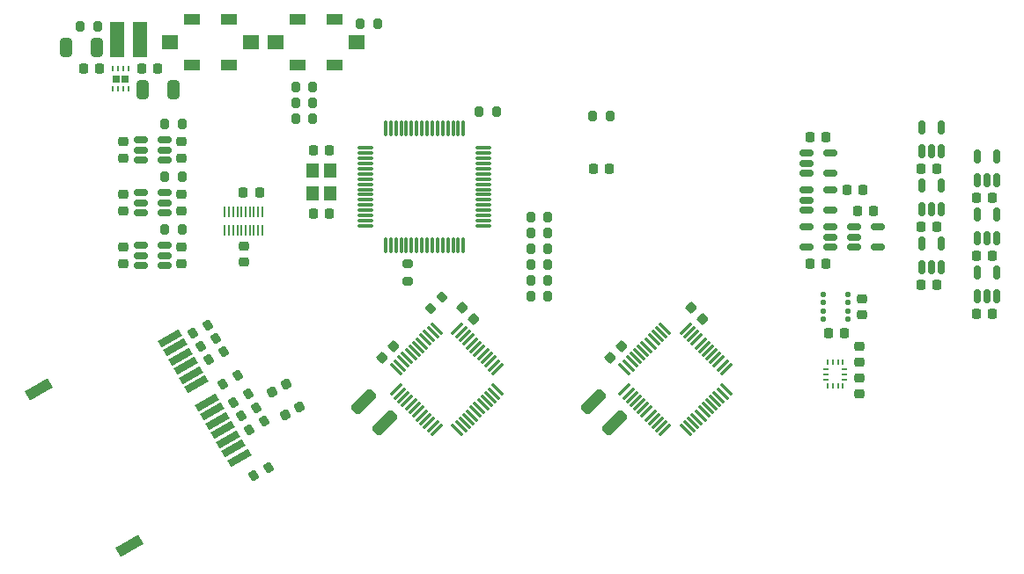
<source format=gtp>
%TF.GenerationSoftware,KiCad,Pcbnew,7.0.1-0*%
%TF.CreationDate,2023-04-03T11:55:14-05:00*%
%TF.ProjectId,plenum,706c656e-756d-42e6-9b69-6361645f7063,1*%
%TF.SameCoordinates,PXc1c9600PY2e063a0*%
%TF.FileFunction,Paste,Top*%
%TF.FilePolarity,Positive*%
%FSLAX46Y46*%
G04 Gerber Fmt 4.6, Leading zero omitted, Abs format (unit mm)*
G04 Created by KiCad (PCBNEW 7.0.1-0) date 2023-04-03 11:55:14*
%MOMM*%
%LPD*%
G01*
G04 APERTURE LIST*
G04 Aperture macros list*
%AMRoundRect*
0 Rectangle with rounded corners*
0 $1 Rounding radius*
0 $2 $3 $4 $5 $6 $7 $8 $9 X,Y pos of 4 corners*
0 Add a 4 corners polygon primitive as box body*
4,1,4,$2,$3,$4,$5,$6,$7,$8,$9,$2,$3,0*
0 Add four circle primitives for the rounded corners*
1,1,$1+$1,$2,$3*
1,1,$1+$1,$4,$5*
1,1,$1+$1,$6,$7*
1,1,$1+$1,$8,$9*
0 Add four rect primitives between the rounded corners*
20,1,$1+$1,$2,$3,$4,$5,0*
20,1,$1+$1,$4,$5,$6,$7,0*
20,1,$1+$1,$6,$7,$8,$9,0*
20,1,$1+$1,$8,$9,$2,$3,0*%
%AMRotRect*
0 Rectangle, with rotation*
0 The origin of the aperture is its center*
0 $1 length*
0 $2 width*
0 $3 Rotation angle, in degrees counterclockwise*
0 Add horizontal line*
21,1,$1,$2,0,0,$3*%
G04 Aperture macros list end*
%ADD10RoundRect,0.200000X0.035705X0.338157X-0.310705X0.138157X-0.035705X-0.338157X0.310705X-0.138157X0*%
%ADD11RoundRect,0.200000X-0.200000X-0.275000X0.200000X-0.275000X0.200000X0.275000X-0.200000X0.275000X0*%
%ADD12RoundRect,0.225000X-0.250000X0.225000X-0.250000X-0.225000X0.250000X-0.225000X0.250000X0.225000X0*%
%ADD13RoundRect,0.150000X0.150000X-0.512500X0.150000X0.512500X-0.150000X0.512500X-0.150000X-0.512500X0*%
%ADD14RoundRect,0.200000X0.200000X0.275000X-0.200000X0.275000X-0.200000X-0.275000X0.200000X-0.275000X0*%
%ADD15RoundRect,0.200000X-0.035705X-0.338157X0.310705X-0.138157X0.035705X0.338157X-0.310705X0.138157X0*%
%ADD16RoundRect,0.225000X0.225000X0.250000X-0.225000X0.250000X-0.225000X-0.250000X0.225000X-0.250000X0*%
%ADD17RoundRect,0.225000X0.250000X-0.225000X0.250000X0.225000X-0.250000X0.225000X-0.250000X-0.225000X0*%
%ADD18RoundRect,0.225000X0.335876X0.017678X0.017678X0.335876X-0.335876X-0.017678X-0.017678X-0.335876X0*%
%ADD19RoundRect,0.150000X0.512500X0.150000X-0.512500X0.150000X-0.512500X-0.150000X0.512500X-0.150000X0*%
%ADD20RoundRect,0.250000X-0.981111X-0.539169X-0.539169X-0.981111X0.981111X0.539169X0.539169X0.981111X0*%
%ADD21RoundRect,0.225000X-0.069856X-0.329006X0.319856X-0.104006X0.069856X0.329006X-0.319856X0.104006X0*%
%ADD22RoundRect,0.225000X-0.017678X0.335876X-0.335876X0.017678X0.017678X-0.335876X0.335876X-0.017678X0*%
%ADD23RoundRect,0.200000X-0.275000X0.200000X-0.275000X-0.200000X0.275000X-0.200000X0.275000X0.200000X0*%
%ADD24R,0.250000X0.475000*%
%ADD25R,0.475000X0.250000*%
%ADD26RoundRect,0.150000X-0.512500X-0.150000X0.512500X-0.150000X0.512500X0.150000X-0.512500X0.150000X0*%
%ADD27R,1.500000X1.400000*%
%ADD28R,1.500000X1.000000*%
%ADD29RoundRect,0.125000X0.137500X-0.125000X0.137500X0.125000X-0.137500X0.125000X-0.137500X-0.125000X0*%
%ADD30RoundRect,0.075000X-0.521491X0.415425X0.415425X-0.521491X0.521491X-0.415425X-0.415425X0.521491X0*%
%ADD31RoundRect,0.075000X-0.521491X-0.415425X-0.415425X-0.521491X0.521491X0.415425X0.415425X0.521491X0*%
%ADD32RotRect,0.710000X2.290000X120.000000*%
%ADD33RotRect,1.015000X2.540000X120.000000*%
%ADD34RoundRect,0.225000X-0.225000X-0.250000X0.225000X-0.250000X0.225000X0.250000X-0.225000X0.250000X0*%
%ADD35R,0.200000X1.100000*%
%ADD36R,0.200000X1.000000*%
%ADD37RoundRect,0.075000X0.662500X0.075000X-0.662500X0.075000X-0.662500X-0.075000X0.662500X-0.075000X0*%
%ADD38RoundRect,0.075000X0.075000X0.662500X-0.075000X0.662500X-0.075000X-0.662500X0.075000X-0.662500X0*%
%ADD39RoundRect,0.250000X0.325000X0.650000X-0.325000X0.650000X-0.325000X-0.650000X0.325000X-0.650000X0*%
%ADD40RoundRect,0.200000X-0.053033X0.335876X-0.335876X0.053033X0.053033X-0.335876X0.335876X-0.053033X0*%
%ADD41R,1.200000X1.400000*%
%ADD42R,1.350000X3.400000*%
%ADD43R,0.650000X0.750000*%
%ADD44R,0.250000X0.500000*%
%ADD45RoundRect,0.250000X-0.325000X-0.650000X0.325000X-0.650000X0.325000X0.650000X-0.325000X0.650000X0*%
%ADD46RoundRect,0.225000X0.069856X0.329006X-0.319856X0.104006X-0.069856X-0.329006X0.319856X-0.104006X0*%
G04 APERTURE END LIST*
D10*
%TO.C,R17*%
X-92757529Y-32099500D03*
X-94186471Y-32924500D03*
%TD*%
D11*
%TO.C,R18*%
X-85026000Y-10922000D03*
X-83376000Y-10922000D03*
%TD*%
D12*
%TO.C,C41*%
X-96012000Y-13195000D03*
X-96012000Y-14745000D03*
%TD*%
D13*
%TO.C,U9*%
X-19492000Y-22473500D03*
X-18542000Y-22473500D03*
X-17592000Y-22473500D03*
X-17592000Y-20198500D03*
X-19492000Y-20198500D03*
%TD*%
D11*
%TO.C,R7*%
X-105727000Y-2032000D03*
X-104077000Y-2032000D03*
%TD*%
D14*
%TO.C,R28*%
X-95949000Y-16510001D03*
X-97599000Y-16510001D03*
%TD*%
D15*
%TO.C,R10*%
X-94948471Y-31654500D03*
X-93519529Y-30829500D03*
%TD*%
D16*
%TO.C,C1*%
X-54851001Y-15748000D03*
X-56401001Y-15748000D03*
%TD*%
D17*
%TO.C,C38*%
X-101600000Y-14745000D03*
X-101600000Y-13195000D03*
%TD*%
%TO.C,C55*%
X-90043000Y-24778000D03*
X-90043000Y-23228000D03*
%TD*%
D18*
%TO.C,C26*%
X-67904992Y-30266008D03*
X-69001008Y-29169992D03*
%TD*%
D19*
%TO.C,U4*%
X-33660500Y-23302000D03*
X-33660500Y-22352000D03*
X-33660500Y-21402000D03*
X-35935500Y-21402000D03*
X-35935500Y-23302000D03*
%TD*%
D20*
%TO.C,RSENSE1*%
X-56406144Y-38208856D03*
X-54337856Y-40277144D03*
%TD*%
D10*
%TO.C,R12*%
X-89582529Y-37460855D03*
X-91011471Y-38285855D03*
%TD*%
D12*
%TO.C,C42*%
X-96012000Y-18275000D03*
X-96012000Y-19825000D03*
%TD*%
D11*
%TO.C,R1*%
X-56451001Y-10667999D03*
X-54801001Y-10667999D03*
%TD*%
D14*
%TO.C,R29*%
X-95948998Y-21590000D03*
X-97598998Y-21590000D03*
%TD*%
D21*
%TO.C,C52*%
X-86000598Y-39498941D03*
X-84658258Y-38723941D03*
%TD*%
D16*
%TO.C,C44*%
X-32244999Y-31623001D03*
X-33794999Y-31623001D03*
%TD*%
D22*
%TO.C,C35*%
X-53680992Y-32852992D03*
X-54777008Y-33949008D03*
%TD*%
D16*
%TO.C,C25*%
X-98285000Y-6096000D03*
X-99835000Y-6096000D03*
%TD*%
D10*
%TO.C,L3*%
X-88820529Y-38780677D03*
X-90249471Y-39605677D03*
%TD*%
D23*
%TO.C,R4*%
X-74295000Y-24956000D03*
X-74295000Y-26606000D03*
%TD*%
D24*
%TO.C,U20*%
X-33896999Y-36722499D03*
X-33396999Y-36722499D03*
X-32896999Y-36722499D03*
X-32396999Y-36722499D03*
D25*
X-32234499Y-36059999D03*
X-32234499Y-35559999D03*
X-32234499Y-35059999D03*
D24*
X-32396999Y-34397499D03*
X-32896999Y-34397499D03*
X-33396999Y-34397499D03*
X-33908999Y-34397499D03*
D25*
X-34059499Y-35059999D03*
X-34059499Y-35559999D03*
X-34059499Y-36059999D03*
%TD*%
D17*
%TO.C,C40*%
X-101600000Y-24905000D03*
X-101600000Y-23355000D03*
%TD*%
D16*
%TO.C,C23*%
X-34023000Y-12700000D03*
X-35573000Y-12700000D03*
%TD*%
D26*
%TO.C,U3*%
X-35935500Y-17846000D03*
X-35935500Y-18796000D03*
X-35935500Y-19746000D03*
X-33660500Y-19746000D03*
X-33660500Y-17846000D03*
%TD*%
D11*
%TO.C,R19*%
X-62420000Y-20447000D03*
X-60770000Y-20447000D03*
%TD*%
D27*
%TO.C,SW1*%
X-89318000Y-3556000D03*
X-97118000Y-3556000D03*
D28*
X-91468000Y-5756000D03*
X-91468000Y-1356000D03*
X-94968000Y-5756000D03*
X-94968000Y-1356000D03*
%TD*%
D29*
%TO.C,U15*%
X-34334500Y-30282999D03*
X-34334500Y-29482999D03*
X-34334500Y-28682999D03*
X-34334500Y-27882999D03*
X-31959500Y-27882999D03*
X-31959500Y-28682999D03*
X-31959500Y-29482999D03*
X-31959500Y-30282999D03*
%TD*%
D30*
%TO.C,U19*%
X-49512788Y-31180124D03*
X-49866342Y-31533678D03*
X-50219895Y-31887231D03*
X-50573449Y-32240785D03*
X-50927002Y-32594338D03*
X-51280555Y-32947891D03*
X-51634109Y-33301445D03*
X-51987662Y-33654998D03*
X-52341215Y-34008551D03*
X-52694769Y-34362105D03*
X-53048322Y-34715658D03*
X-53401876Y-35069212D03*
D31*
X-53401876Y-37066788D03*
X-53048322Y-37420342D03*
X-52694769Y-37773895D03*
X-52341215Y-38127449D03*
X-51987662Y-38481002D03*
X-51634109Y-38834555D03*
X-51280555Y-39188109D03*
X-50927002Y-39541662D03*
X-50573449Y-39895215D03*
X-50219895Y-40248769D03*
X-49866342Y-40602322D03*
X-49512788Y-40955876D03*
D30*
X-47515212Y-40955876D03*
X-47161658Y-40602322D03*
X-46808105Y-40248769D03*
X-46454551Y-39895215D03*
X-46100998Y-39541662D03*
X-45747445Y-39188109D03*
X-45393891Y-38834555D03*
X-45040338Y-38481002D03*
X-44686785Y-38127449D03*
X-44333231Y-37773895D03*
X-43979678Y-37420342D03*
X-43626124Y-37066788D03*
D31*
X-43626124Y-35069212D03*
X-43979678Y-34715658D03*
X-44333231Y-34362105D03*
X-44686785Y-34008551D03*
X-45040338Y-33654998D03*
X-45393891Y-33301445D03*
X-45747445Y-32947891D03*
X-46100998Y-32594338D03*
X-46454551Y-32240785D03*
X-46808105Y-31887231D03*
X-47161658Y-31533678D03*
X-47515212Y-31180124D03*
%TD*%
D32*
%TO.C,J5*%
X-90473520Y-43598348D03*
X-90983520Y-42715003D03*
X-91493520Y-41831657D03*
X-92003520Y-40948311D03*
X-92513520Y-40064965D03*
X-93023520Y-39181619D03*
X-93533520Y-38298273D03*
X-94553520Y-36531581D03*
X-95063520Y-35648235D03*
X-95573520Y-34764889D03*
X-96083520Y-33881543D03*
X-96593520Y-32998197D03*
X-97103520Y-32114852D03*
D33*
X-101009600Y-52129322D03*
X-109747100Y-36995528D03*
%TD*%
D34*
%TO.C,C22*%
X-32017000Y-17780000D03*
X-30467000Y-17780000D03*
%TD*%
D11*
%TO.C,R23*%
X-62420000Y-28067000D03*
X-60770000Y-28067000D03*
%TD*%
D35*
%TO.C,U17*%
X-91843000Y-21678000D03*
D36*
X-91443000Y-21728000D03*
X-91043000Y-21728000D03*
X-90643000Y-21728000D03*
X-90243000Y-21728000D03*
X-89843000Y-21728000D03*
X-89443000Y-21728000D03*
X-89043000Y-21728000D03*
X-88643000Y-21728000D03*
X-88243000Y-21728000D03*
X-88243000Y-19928000D03*
X-88643000Y-19928000D03*
X-89043000Y-19928000D03*
X-89443000Y-19928000D03*
X-89843000Y-19928000D03*
X-90243000Y-19928000D03*
X-90643000Y-19928000D03*
X-91043000Y-19928000D03*
X-91443000Y-19928000D03*
X-91843000Y-19928000D03*
%TD*%
D13*
%TO.C,U6*%
X-24826000Y-14091500D03*
X-23876000Y-14091500D03*
X-22926000Y-14091500D03*
X-22926000Y-11816500D03*
X-24826000Y-11816500D03*
%TD*%
D17*
%TO.C,C45*%
X-30606999Y-29857999D03*
X-30606999Y-28307999D03*
%TD*%
D15*
%TO.C,R13*%
X-92027471Y-36526090D03*
X-90598529Y-35701090D03*
%TD*%
D16*
%TO.C,C2*%
X-81775000Y-13970000D03*
X-83325000Y-13970000D03*
%TD*%
D22*
%TO.C,C34*%
X-75651992Y-32852992D03*
X-76748008Y-33949008D03*
%TD*%
D34*
%TO.C,C56*%
X-90056000Y-18034000D03*
X-88506000Y-18034000D03*
%TD*%
D37*
%TO.C,U1*%
X-66981500Y-21276000D03*
X-66981500Y-20776000D03*
X-66981500Y-20276000D03*
X-66981500Y-19776000D03*
X-66981500Y-19276000D03*
X-66981500Y-18776000D03*
X-66981500Y-18276000D03*
X-66981500Y-17776000D03*
X-66981500Y-17276000D03*
X-66981500Y-16776000D03*
X-66981500Y-16276000D03*
X-66981500Y-15776000D03*
X-66981500Y-15276000D03*
X-66981500Y-14776000D03*
X-66981500Y-14276000D03*
X-66981500Y-13776000D03*
D38*
X-68894000Y-11863500D03*
X-69394000Y-11863500D03*
X-69894000Y-11863500D03*
X-70394000Y-11863500D03*
X-70894000Y-11863500D03*
X-71394000Y-11863500D03*
X-71894000Y-11863500D03*
X-72394000Y-11863500D03*
X-72894000Y-11863500D03*
X-73394000Y-11863500D03*
X-73894000Y-11863500D03*
X-74394000Y-11863500D03*
X-74894000Y-11863500D03*
X-75394000Y-11863500D03*
X-75894000Y-11863500D03*
X-76394000Y-11863500D03*
D37*
X-78306500Y-13776000D03*
X-78306500Y-14276000D03*
X-78306500Y-14776000D03*
X-78306500Y-15276000D03*
X-78306500Y-15776000D03*
X-78306500Y-16276000D03*
X-78306500Y-16776000D03*
X-78306500Y-17276000D03*
X-78306500Y-17776000D03*
X-78306500Y-18276000D03*
X-78306500Y-18776000D03*
X-78306500Y-19276000D03*
X-78306500Y-19776000D03*
X-78306500Y-20276000D03*
X-78306500Y-20776000D03*
X-78306500Y-21276000D03*
D38*
X-76394000Y-23188500D03*
X-75894000Y-23188500D03*
X-75394000Y-23188500D03*
X-74894000Y-23188500D03*
X-74394000Y-23188500D03*
X-73894000Y-23188500D03*
X-73394000Y-23188500D03*
X-72894000Y-23188500D03*
X-72394000Y-23188500D03*
X-71894000Y-23188500D03*
X-71394000Y-23188500D03*
X-70894000Y-23188500D03*
X-70394000Y-23188500D03*
X-69894000Y-23188500D03*
X-69394000Y-23188500D03*
X-68894000Y-23188500D03*
%TD*%
D12*
%TO.C,C43*%
X-96012000Y-23355000D03*
X-96012000Y-24905000D03*
%TD*%
D19*
%TO.C,U13*%
X-97668500Y-20000000D03*
X-97668500Y-19050000D03*
X-97668500Y-18100000D03*
X-99943500Y-18100000D03*
X-99943500Y-19050000D03*
X-99943500Y-20000000D03*
%TD*%
D15*
%TO.C,R6*%
X-89106471Y-45370500D03*
X-87677529Y-44545500D03*
%TD*%
D34*
%TO.C,C12*%
X-24905000Y-15748000D03*
X-23355000Y-15748000D03*
%TD*%
D17*
%TO.C,C39*%
X-101600000Y-19825000D03*
X-101600000Y-18275000D03*
%TD*%
D20*
%TO.C,RSENSE2*%
X-78504144Y-38208856D03*
X-76435856Y-40277144D03*
%TD*%
D11*
%TO.C,R22*%
X-62420000Y-25019001D03*
X-60770000Y-25019001D03*
%TD*%
D10*
%TO.C,R16*%
X-91995529Y-33369500D03*
X-93424471Y-34194500D03*
%TD*%
D39*
%TO.C,C19*%
X-96823000Y-8128000D03*
X-99773000Y-8128000D03*
%TD*%
D34*
%TO.C,C17*%
X-24905000Y-26924000D03*
X-23355000Y-26924000D03*
%TD*%
D13*
%TO.C,U10*%
X-24826000Y-25267500D03*
X-23876000Y-25267500D03*
X-22926000Y-25267500D03*
X-22926000Y-22992500D03*
X-24826000Y-22992500D03*
%TD*%
D34*
%TO.C,C13*%
X-19571000Y-18542000D03*
X-18021000Y-18542000D03*
%TD*%
D16*
%TO.C,C20*%
X-29464000Y-19812000D03*
X-31014000Y-19812000D03*
%TD*%
D14*
%TO.C,R2*%
X-65723000Y-10287000D03*
X-67373000Y-10287000D03*
%TD*%
D30*
%TO.C,U18*%
X-71483788Y-31180124D03*
X-71837342Y-31533678D03*
X-72190895Y-31887231D03*
X-72544449Y-32240785D03*
X-72898002Y-32594338D03*
X-73251555Y-32947891D03*
X-73605109Y-33301445D03*
X-73958662Y-33654998D03*
X-74312215Y-34008551D03*
X-74665769Y-34362105D03*
X-75019322Y-34715658D03*
X-75372876Y-35069212D03*
D31*
X-75372876Y-37066788D03*
X-75019322Y-37420342D03*
X-74665769Y-37773895D03*
X-74312215Y-38127449D03*
X-73958662Y-38481002D03*
X-73605109Y-38834555D03*
X-73251555Y-39188109D03*
X-72898002Y-39541662D03*
X-72544449Y-39895215D03*
X-72190895Y-40248769D03*
X-71837342Y-40602322D03*
X-71483788Y-40955876D03*
D30*
X-69486212Y-40955876D03*
X-69132658Y-40602322D03*
X-68779105Y-40248769D03*
X-68425551Y-39895215D03*
X-68071998Y-39541662D03*
X-67718445Y-39188109D03*
X-67364891Y-38834555D03*
X-67011338Y-38481002D03*
X-66657785Y-38127449D03*
X-66304231Y-37773895D03*
X-65950678Y-37420342D03*
X-65597124Y-37066788D03*
D31*
X-65597124Y-35069212D03*
X-65950678Y-34715658D03*
X-66304231Y-34362105D03*
X-66657785Y-34008551D03*
X-67011338Y-33654998D03*
X-67364891Y-33301445D03*
X-67718445Y-32947891D03*
X-68071998Y-32594338D03*
X-68425551Y-32240785D03*
X-68779105Y-31887231D03*
X-69132658Y-31533678D03*
X-69486212Y-31180124D03*
%TD*%
D40*
%TO.C,R5*%
X-70917637Y-28118637D03*
X-72084363Y-29285363D03*
%TD*%
D34*
%TO.C,C18*%
X-19571000Y-29718000D03*
X-18021000Y-29718000D03*
%TD*%
D19*
%TO.C,U12*%
X-97668500Y-14920000D03*
X-97668500Y-13970000D03*
X-97668500Y-13020000D03*
X-99943500Y-13020000D03*
X-99943500Y-13970000D03*
X-99943500Y-14920000D03*
%TD*%
D11*
%TO.C,R21*%
X-62420000Y-23495000D03*
X-60770000Y-23495000D03*
%TD*%
D17*
%TO.C,C46*%
X-30861000Y-34430001D03*
X-30861000Y-32880001D03*
%TD*%
D14*
%TO.C,R27*%
X-95948998Y-11430000D03*
X-97598998Y-11430000D03*
%TD*%
D34*
%TO.C,C14*%
X-24905000Y-21336000D03*
X-23355000Y-21336000D03*
%TD*%
D11*
%TO.C,R24*%
X-62420000Y-26543000D03*
X-60770000Y-26543000D03*
%TD*%
D41*
%TO.C,Y1*%
X-83400000Y-15918000D03*
X-83400000Y-18118000D03*
X-81700000Y-18118000D03*
X-81700000Y-15918000D03*
%TD*%
D14*
%TO.C,R3*%
X-77153000Y-1778000D03*
X-78803000Y-1778000D03*
%TD*%
D34*
%TO.C,C24*%
X-105423000Y-6096000D03*
X-103873000Y-6096000D03*
%TD*%
D17*
%TO.C,C47*%
X-30860999Y-37478001D03*
X-30860999Y-35928001D03*
%TD*%
D26*
%TO.C,U5*%
X-31363500Y-21402000D03*
X-31363500Y-22352000D03*
X-31363500Y-23302000D03*
X-29088500Y-23302000D03*
X-29088500Y-21402000D03*
%TD*%
D42*
%TO.C,L2*%
X-102167000Y-3302000D03*
X-100017000Y-3302000D03*
%TD*%
D13*
%TO.C,U11*%
X-19492000Y-28061500D03*
X-18542000Y-28061500D03*
X-17592000Y-28061500D03*
X-17592000Y-25786500D03*
X-19492000Y-25786500D03*
%TD*%
%TO.C,U8*%
X-24826000Y-19679500D03*
X-23876000Y-19679500D03*
X-22926000Y-19679500D03*
X-22926000Y-17404500D03*
X-24826000Y-17404500D03*
%TD*%
D11*
%TO.C,R15*%
X-85026000Y-7874000D03*
X-83376000Y-7874000D03*
%TD*%
D43*
%TO.C,U16*%
X-102258000Y-7112000D03*
X-101458000Y-7112000D03*
D44*
X-102608000Y-8062000D03*
X-102108000Y-8062000D03*
X-101608000Y-8062000D03*
X-101108000Y-8062000D03*
X-101108000Y-6162000D03*
X-101608000Y-6162000D03*
X-102108000Y-6162000D03*
X-102608000Y-6162000D03*
%TD*%
D34*
%TO.C,C21*%
X-35573000Y-24892000D03*
X-34023000Y-24892000D03*
%TD*%
%TO.C,C3*%
X-83325000Y-20066000D03*
X-81775000Y-20066000D03*
%TD*%
D11*
%TO.C,R20*%
X-62420000Y-21971000D03*
X-60770000Y-21971000D03*
%TD*%
D19*
%TO.C,U14*%
X-97668500Y-25080000D03*
X-97668500Y-24130000D03*
X-97668500Y-23180000D03*
X-99943500Y-23180000D03*
X-99943500Y-24130000D03*
X-99943500Y-25080000D03*
%TD*%
D11*
%TO.C,R14*%
X-85026000Y-9398000D03*
X-83376000Y-9398000D03*
%TD*%
D13*
%TO.C,U7*%
X-19492000Y-16885500D03*
X-18542000Y-16885500D03*
X-17592000Y-16885500D03*
X-17592000Y-14610500D03*
X-19492000Y-14610500D03*
%TD*%
D26*
%TO.C,U2*%
X-35935500Y-14290000D03*
X-35935500Y-15240000D03*
X-35935500Y-16190000D03*
X-33660500Y-16190000D03*
X-33660500Y-14290000D03*
%TD*%
D18*
%TO.C,C27*%
X-45933992Y-30266008D03*
X-47030008Y-29169992D03*
%TD*%
D45*
%TO.C,C15*%
X-107139000Y-4064000D03*
X-104189000Y-4064000D03*
%TD*%
D10*
%TO.C,L1*%
X-88058529Y-40100500D03*
X-89487471Y-40925500D03*
%TD*%
D34*
%TO.C,C16*%
X-19571000Y-24130000D03*
X-18021000Y-24130000D03*
%TD*%
D46*
%TO.C,C53*%
X-85928259Y-36524236D03*
X-87270599Y-37299236D03*
%TD*%
D27*
%TO.C,SW2*%
X-79158000Y-3556000D03*
X-86958000Y-3556000D03*
D28*
X-81308000Y-5756000D03*
X-81308000Y-1356000D03*
X-84808000Y-5756000D03*
X-84808000Y-1356000D03*
%TD*%
M02*

</source>
